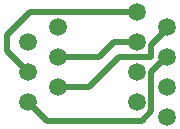
<source format=gtl>
%FSLAX33Y33*%
%MOMM*%
%ADD10C,0.508*%
%ADD11C,1.49*%
%ADD12C,1.5*%
D10*
%LNtop copper_traces*%
G01*
X21900Y9900D02*
X23245Y11245D01*
X16630Y6345D02*
X19170Y8885D01*
X13030Y3500D02*
X21100Y3500D01*
X21900Y4300*
X21900Y8885D02*
X21900Y9900D01*
X19170Y8885D02*
X21900Y8885D01*
X9700Y9370D02*
X9700Y10800D01*
X18700Y10155D02*
X20705Y10155D01*
X17430Y8885D02*
X18700Y10155D01*
X21900Y7615D02*
X23170Y8885D01*
X21900Y4300D02*
X21900Y7615D01*
X13995Y6345D02*
X16630Y6345D01*
X11455Y7615D02*
X9700Y9370D01*
X13995Y8885D02*
X17430Y8885D01*
X9700Y10800D02*
X11600Y12700D01*
X11455Y5075D02*
X13030Y3500D01*
X11600Y12700D02*
X20700Y12700D01*
%LNtop copper component 9bedb3a682e5a9c3*%
D11*
X20705Y5075D03*
X20705Y7615D03*
X20705Y10155D03*
X20705Y12695D03*
X23245Y11425D03*
X23245Y8885D03*
X23245Y6345D03*
X23245Y3805D03*
%LNtop copper component 4d4f1128591a25da*%
D12*
X13995Y11425D03*
X13995Y8885D03*
X13995Y6345D03*
X11455Y5075D03*
X11455Y7615D03*
X11455Y10155D03*
M02*
</source>
